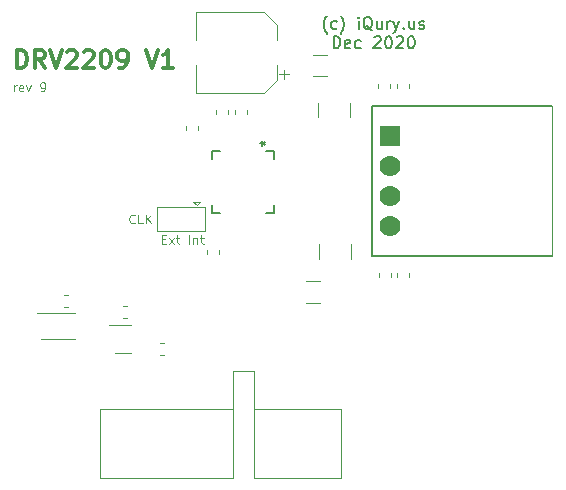
<source format=gto>
G04 #@! TF.GenerationSoftware,KiCad,Pcbnew,(5.99.0-8491-gb8dfcb34c4)*
G04 #@! TF.CreationDate,2021-01-21T08:47:48+01:00*
G04 #@! TF.ProjectId,TMC2209_Driver,544d4332-3230-4395-9f44-72697665722e,rev?*
G04 #@! TF.SameCoordinates,PX67f3540PY6cb8080*
G04 #@! TF.FileFunction,Legend,Top*
G04 #@! TF.FilePolarity,Positive*
%FSLAX46Y46*%
G04 Gerber Fmt 4.6, Leading zero omitted, Abs format (unit mm)*
G04 Created by KiCad (PCBNEW (5.99.0-8491-gb8dfcb34c4)) date 2021-01-21 08:47:48*
%MOMM*%
%LPD*%
G01*
G04 APERTURE LIST*
%ADD10C,0.300000*%
%ADD11C,0.100000*%
%ADD12C,0.150000*%
%ADD13C,0.120000*%
%ADD14C,0.152400*%
%ADD15R,1.778000X1.778000*%
%ADD16C,1.778000*%
G04 APERTURE END LIST*
D10*
X958571Y34721429D02*
X958571Y36221429D01*
X1315714Y36221429D01*
X1530000Y36150000D01*
X1672857Y36007143D01*
X1744285Y35864286D01*
X1815714Y35578572D01*
X1815714Y35364286D01*
X1744285Y35078572D01*
X1672857Y34935715D01*
X1530000Y34792858D01*
X1315714Y34721429D01*
X958571Y34721429D01*
X3315714Y34721429D02*
X2815714Y35435715D01*
X2458571Y34721429D02*
X2458571Y36221429D01*
X3030000Y36221429D01*
X3172857Y36150000D01*
X3244285Y36078572D01*
X3315714Y35935715D01*
X3315714Y35721429D01*
X3244285Y35578572D01*
X3172857Y35507143D01*
X3030000Y35435715D01*
X2458571Y35435715D01*
X3744285Y36221429D02*
X4244285Y34721429D01*
X4744285Y36221429D01*
X5172857Y36078572D02*
X5244285Y36150000D01*
X5387142Y36221429D01*
X5744285Y36221429D01*
X5887142Y36150000D01*
X5958571Y36078572D01*
X6030000Y35935715D01*
X6030000Y35792858D01*
X5958571Y35578572D01*
X5101428Y34721429D01*
X6030000Y34721429D01*
X6601428Y36078572D02*
X6672857Y36150000D01*
X6815714Y36221429D01*
X7172857Y36221429D01*
X7315714Y36150000D01*
X7387142Y36078572D01*
X7458571Y35935715D01*
X7458571Y35792858D01*
X7387142Y35578572D01*
X6530000Y34721429D01*
X7458571Y34721429D01*
X8387142Y36221429D02*
X8530000Y36221429D01*
X8672857Y36150000D01*
X8744285Y36078572D01*
X8815714Y35935715D01*
X8887142Y35650000D01*
X8887142Y35292858D01*
X8815714Y35007143D01*
X8744285Y34864286D01*
X8672857Y34792858D01*
X8530000Y34721429D01*
X8387142Y34721429D01*
X8244285Y34792858D01*
X8172857Y34864286D01*
X8101428Y35007143D01*
X8030000Y35292858D01*
X8030000Y35650000D01*
X8101428Y35935715D01*
X8172857Y36078572D01*
X8244285Y36150000D01*
X8387142Y36221429D01*
X9601428Y34721429D02*
X9887142Y34721429D01*
X10030000Y34792858D01*
X10101428Y34864286D01*
X10244285Y35078572D01*
X10315714Y35364286D01*
X10315714Y35935715D01*
X10244285Y36078572D01*
X10172857Y36150000D01*
X10030000Y36221429D01*
X9744285Y36221429D01*
X9601428Y36150000D01*
X9530000Y36078572D01*
X9458571Y35935715D01*
X9458571Y35578572D01*
X9530000Y35435715D01*
X9601428Y35364286D01*
X9744285Y35292858D01*
X10030000Y35292858D01*
X10172857Y35364286D01*
X10244285Y35435715D01*
X10315714Y35578572D01*
X11887142Y36221429D02*
X12387142Y34721429D01*
X12887142Y36221429D01*
X14172857Y34721429D02*
X13315714Y34721429D01*
X13744285Y34721429D02*
X13744285Y36221429D01*
X13601428Y36007143D01*
X13458571Y35864286D01*
X13315714Y35792858D01*
D11*
X706428Y32720715D02*
X706428Y33220715D01*
X706428Y33077858D02*
X742142Y33149286D01*
X777857Y33185000D01*
X849285Y33220715D01*
X920714Y33220715D01*
X1456428Y32756429D02*
X1385000Y32720715D01*
X1242142Y32720715D01*
X1170714Y32756429D01*
X1135000Y32827858D01*
X1135000Y33113572D01*
X1170714Y33185000D01*
X1242142Y33220715D01*
X1385000Y33220715D01*
X1456428Y33185000D01*
X1492142Y33113572D01*
X1492142Y33042143D01*
X1135000Y32970715D01*
X1742142Y33220715D02*
X1920714Y32720715D01*
X2099285Y33220715D01*
X2992142Y32720715D02*
X3135000Y32720715D01*
X3206428Y32756429D01*
X3242142Y32792143D01*
X3313571Y32899286D01*
X3349285Y33042143D01*
X3349285Y33327858D01*
X3313571Y33399286D01*
X3277857Y33435000D01*
X3206428Y33470715D01*
X3063571Y33470715D01*
X2992142Y33435000D01*
X2956428Y33399286D01*
X2920714Y33327858D01*
X2920714Y33149286D01*
X2956428Y33077858D01*
X2992142Y33042143D01*
X3063571Y33006429D01*
X3206428Y33006429D01*
X3277857Y33042143D01*
X3313571Y33077858D01*
X3349285Y33149286D01*
D12*
X27207619Y37611667D02*
X27160000Y37659286D01*
X27064761Y37802143D01*
X27017142Y37897381D01*
X26969523Y38040239D01*
X26921904Y38278334D01*
X26921904Y38468810D01*
X26969523Y38706905D01*
X27017142Y38849762D01*
X27064761Y38945000D01*
X27160000Y39087858D01*
X27207619Y39135477D01*
X28017142Y38040239D02*
X27921904Y37992620D01*
X27731428Y37992620D01*
X27636190Y38040239D01*
X27588571Y38087858D01*
X27540952Y38183096D01*
X27540952Y38468810D01*
X27588571Y38564048D01*
X27636190Y38611667D01*
X27731428Y38659286D01*
X27921904Y38659286D01*
X28017142Y38611667D01*
X28350476Y37611667D02*
X28398095Y37659286D01*
X28493333Y37802143D01*
X28540952Y37897381D01*
X28588571Y38040239D01*
X28636190Y38278334D01*
X28636190Y38468810D01*
X28588571Y38706905D01*
X28540952Y38849762D01*
X28493333Y38945000D01*
X28398095Y39087858D01*
X28350476Y39135477D01*
X29874285Y37992620D02*
X29874285Y38659286D01*
X29874285Y38992620D02*
X29826666Y38945000D01*
X29874285Y38897381D01*
X29921904Y38945000D01*
X29874285Y38992620D01*
X29874285Y38897381D01*
X31017142Y37897381D02*
X30921904Y37945000D01*
X30826666Y38040239D01*
X30683809Y38183096D01*
X30588571Y38230715D01*
X30493333Y38230715D01*
X30540952Y37992620D02*
X30445714Y38040239D01*
X30350476Y38135477D01*
X30302857Y38325953D01*
X30302857Y38659286D01*
X30350476Y38849762D01*
X30445714Y38945000D01*
X30540952Y38992620D01*
X30731428Y38992620D01*
X30826666Y38945000D01*
X30921904Y38849762D01*
X30969523Y38659286D01*
X30969523Y38325953D01*
X30921904Y38135477D01*
X30826666Y38040239D01*
X30731428Y37992620D01*
X30540952Y37992620D01*
X31826666Y38659286D02*
X31826666Y37992620D01*
X31398095Y38659286D02*
X31398095Y38135477D01*
X31445714Y38040239D01*
X31540952Y37992620D01*
X31683809Y37992620D01*
X31779047Y38040239D01*
X31826666Y38087858D01*
X32302857Y37992620D02*
X32302857Y38659286D01*
X32302857Y38468810D02*
X32350476Y38564048D01*
X32398095Y38611667D01*
X32493333Y38659286D01*
X32588571Y38659286D01*
X32826666Y38659286D02*
X33064761Y37992620D01*
X33302857Y38659286D02*
X33064761Y37992620D01*
X32969523Y37754524D01*
X32921904Y37706905D01*
X32826666Y37659286D01*
X33683809Y38087858D02*
X33731428Y38040239D01*
X33683809Y37992620D01*
X33636190Y38040239D01*
X33683809Y38087858D01*
X33683809Y37992620D01*
X34588571Y38659286D02*
X34588571Y37992620D01*
X34160000Y38659286D02*
X34160000Y38135477D01*
X34207619Y38040239D01*
X34302857Y37992620D01*
X34445714Y37992620D01*
X34540952Y38040239D01*
X34588571Y38087858D01*
X35017142Y38040239D02*
X35112380Y37992620D01*
X35302857Y37992620D01*
X35398095Y38040239D01*
X35445714Y38135477D01*
X35445714Y38183096D01*
X35398095Y38278334D01*
X35302857Y38325953D01*
X35160000Y38325953D01*
X35064761Y38373572D01*
X35017142Y38468810D01*
X35017142Y38516429D01*
X35064761Y38611667D01*
X35160000Y38659286D01*
X35302857Y38659286D01*
X35398095Y38611667D01*
X27755238Y36382620D02*
X27755238Y37382620D01*
X27993333Y37382620D01*
X28136190Y37335000D01*
X28231428Y37239762D01*
X28279047Y37144524D01*
X28326666Y36954048D01*
X28326666Y36811191D01*
X28279047Y36620715D01*
X28231428Y36525477D01*
X28136190Y36430239D01*
X27993333Y36382620D01*
X27755238Y36382620D01*
X29136190Y36430239D02*
X29040952Y36382620D01*
X28850476Y36382620D01*
X28755238Y36430239D01*
X28707619Y36525477D01*
X28707619Y36906429D01*
X28755238Y37001667D01*
X28850476Y37049286D01*
X29040952Y37049286D01*
X29136190Y37001667D01*
X29183809Y36906429D01*
X29183809Y36811191D01*
X28707619Y36715953D01*
X30040952Y36430239D02*
X29945714Y36382620D01*
X29755238Y36382620D01*
X29660000Y36430239D01*
X29612380Y36477858D01*
X29564761Y36573096D01*
X29564761Y36858810D01*
X29612380Y36954048D01*
X29660000Y37001667D01*
X29755238Y37049286D01*
X29945714Y37049286D01*
X30040952Y37001667D01*
X31183809Y37287381D02*
X31231428Y37335000D01*
X31326666Y37382620D01*
X31564761Y37382620D01*
X31660000Y37335000D01*
X31707619Y37287381D01*
X31755238Y37192143D01*
X31755238Y37096905D01*
X31707619Y36954048D01*
X31136190Y36382620D01*
X31755238Y36382620D01*
X32374285Y37382620D02*
X32469523Y37382620D01*
X32564761Y37335000D01*
X32612380Y37287381D01*
X32660000Y37192143D01*
X32707619Y37001667D01*
X32707619Y36763572D01*
X32660000Y36573096D01*
X32612380Y36477858D01*
X32564761Y36430239D01*
X32469523Y36382620D01*
X32374285Y36382620D01*
X32279047Y36430239D01*
X32231428Y36477858D01*
X32183809Y36573096D01*
X32136190Y36763572D01*
X32136190Y37001667D01*
X32183809Y37192143D01*
X32231428Y37287381D01*
X32279047Y37335000D01*
X32374285Y37382620D01*
X33088571Y37287381D02*
X33136190Y37335000D01*
X33231428Y37382620D01*
X33469523Y37382620D01*
X33564761Y37335000D01*
X33612380Y37287381D01*
X33660000Y37192143D01*
X33660000Y37096905D01*
X33612380Y36954048D01*
X33040952Y36382620D01*
X33660000Y36382620D01*
X34279047Y37382620D02*
X34374285Y37382620D01*
X34469523Y37335000D01*
X34517142Y37287381D01*
X34564761Y37192143D01*
X34612380Y37001667D01*
X34612380Y36763572D01*
X34564761Y36573096D01*
X34517142Y36477858D01*
X34469523Y36430239D01*
X34374285Y36382620D01*
X34279047Y36382620D01*
X34183809Y36430239D01*
X34136190Y36477858D01*
X34088571Y36573096D01*
X34040952Y36763572D01*
X34040952Y37001667D01*
X34088571Y37192143D01*
X34136190Y37287381D01*
X34183809Y37335000D01*
X34279047Y37382620D01*
D11*
X10913571Y21602143D02*
X10877857Y21566429D01*
X10770714Y21530715D01*
X10699285Y21530715D01*
X10592142Y21566429D01*
X10520714Y21637858D01*
X10485000Y21709286D01*
X10449285Y21852143D01*
X10449285Y21959286D01*
X10485000Y22102143D01*
X10520714Y22173572D01*
X10592142Y22245000D01*
X10699285Y22280715D01*
X10770714Y22280715D01*
X10877857Y22245000D01*
X10913571Y22209286D01*
X11592142Y21530715D02*
X11235000Y21530715D01*
X11235000Y22280715D01*
X11842142Y21530715D02*
X11842142Y22280715D01*
X12270714Y21530715D02*
X11949285Y21959286D01*
X12270714Y22280715D02*
X11842142Y21852143D01*
X13243571Y20223572D02*
X13493571Y20223572D01*
X13600714Y19830715D02*
X13243571Y19830715D01*
X13243571Y20580715D01*
X13600714Y20580715D01*
X13850714Y19830715D02*
X14243571Y20330715D01*
X13850714Y20330715D02*
X14243571Y19830715D01*
X14422142Y20330715D02*
X14707857Y20330715D01*
X14529285Y20580715D02*
X14529285Y19937858D01*
X14565000Y19866429D01*
X14636428Y19830715D01*
X14707857Y19830715D01*
X15529285Y19830715D02*
X15529285Y20580715D01*
X15886428Y20330715D02*
X15886428Y19830715D01*
X15886428Y20259286D02*
X15922142Y20295000D01*
X15993571Y20330715D01*
X16100714Y20330715D01*
X16172142Y20295000D01*
X16207857Y20223572D01*
X16207857Y19830715D01*
X16457857Y20330715D02*
X16743571Y20330715D01*
X16565000Y20580715D02*
X16565000Y19937858D01*
X16600714Y19866429D01*
X16672142Y19830715D01*
X16743571Y19830715D01*
D12*
X21532380Y28310000D02*
X21770476Y28310000D01*
X21675238Y28071905D02*
X21770476Y28310000D01*
X21675238Y28548096D01*
X21960952Y28167143D02*
X21770476Y28310000D01*
X21960952Y28452858D01*
D13*
X18024598Y19302779D02*
X18024598Y18977221D01*
X17004598Y19302779D02*
X17004598Y18977221D01*
X15226598Y29771881D02*
X15226598Y29446323D01*
X16246598Y29771881D02*
X16246598Y29446323D01*
X19420000Y31132779D02*
X19420000Y30807221D01*
X20440000Y31132779D02*
X20440000Y30807221D01*
X17766598Y31137279D02*
X17766598Y30811721D01*
X18786598Y31137279D02*
X18786598Y30811721D01*
X25997936Y35810000D02*
X27202064Y35810000D01*
X25997936Y33990000D02*
X27202064Y33990000D01*
X25397936Y14810000D02*
X26602064Y14810000D01*
X25397936Y16630000D02*
X26602064Y16630000D01*
X28352800Y5814800D02*
X28352800Y14800D01*
X21052800Y5814800D02*
X21052800Y14800D01*
X19252800Y9014800D02*
X21052800Y9014800D01*
X19252800Y14800D02*
X7952800Y14800D01*
X19252800Y5814800D02*
X19252800Y9014800D01*
X7952800Y5814800D02*
X19252800Y5814800D01*
X7952800Y14800D02*
X7952800Y5814800D01*
X19252800Y5814800D02*
X19252800Y14800D01*
X21052800Y14800D02*
X28352800Y14800D01*
X21052800Y9014800D02*
X21052800Y5814800D01*
X28352800Y5814800D02*
X21052800Y5814800D01*
D11*
X46261398Y18788602D02*
X46261398Y31488602D01*
D12*
X46267398Y31488602D02*
X31027398Y31488602D01*
X46267398Y18788602D02*
X31027398Y18788602D01*
X31027398Y18788602D02*
X31027398Y31488602D01*
D13*
X13036721Y10366000D02*
X13362279Y10366000D01*
X13036721Y11386000D02*
X13362279Y11386000D01*
D14*
X18109458Y27704002D02*
X17425698Y27704002D01*
X22683498Y27704002D02*
X21999738Y27704002D01*
X17425698Y23129962D02*
X17425698Y22446202D01*
X17425698Y27704002D02*
X17425698Y27020242D01*
X22683498Y27020242D02*
X22683498Y27704002D01*
X22683498Y22446202D02*
X22683498Y23129962D01*
X21999738Y22446202D02*
X22683498Y22446202D01*
X17425698Y22446202D02*
X18109458Y22446202D01*
D13*
X34153598Y16974823D02*
X34153598Y17300381D01*
X33133598Y16974823D02*
X33133598Y17300381D01*
X32629598Y16974823D02*
X32629598Y17300381D01*
X31609598Y16974823D02*
X31609598Y17300381D01*
X33133598Y33302381D02*
X33133598Y32976823D01*
X34153598Y33302381D02*
X34153598Y32976823D01*
X26492398Y18564538D02*
X26492398Y19768666D01*
X29212398Y18564538D02*
X29212398Y19768666D01*
X26466998Y31709666D02*
X26466998Y30505538D01*
X29186998Y31709666D02*
X29186998Y30505538D01*
X32502598Y33327881D02*
X32502598Y33002323D01*
X31482598Y33327881D02*
X31482598Y33002323D01*
X9235500Y10605000D02*
X10635500Y10605000D01*
X10635500Y12925000D02*
X8735500Y12925000D01*
X10225279Y14561000D02*
X9899721Y14561000D01*
X10225279Y13541000D02*
X9899721Y13541000D01*
X5284979Y14455400D02*
X4959421Y14455400D01*
X5284979Y15475400D02*
X4959421Y15475400D01*
X22930000Y33674437D02*
X21865563Y32610000D01*
X16110000Y39430000D02*
X16110000Y37080000D01*
X16110000Y32610000D02*
X16110000Y34960000D01*
X22930000Y33674437D02*
X22930000Y34960000D01*
X21865563Y32610000D02*
X16110000Y32610000D01*
X22930000Y38365563D02*
X22930000Y37080000D01*
X21865563Y39430000D02*
X16110000Y39430000D01*
X23957500Y34172500D02*
X23170000Y34172500D01*
X22930000Y38365563D02*
X21865563Y39430000D01*
X23563750Y33778750D02*
X23563750Y34566250D01*
X16460000Y23390000D02*
X15860000Y23390000D01*
X16160000Y23090000D02*
X15860000Y23390000D01*
X12810000Y20890000D02*
X12810000Y22890000D01*
X16160000Y23090000D02*
X16460000Y23390000D01*
X12810000Y22890000D02*
X16910000Y22890000D01*
X16910000Y22890000D02*
X16910000Y20890000D01*
X16910000Y20890000D02*
X12810000Y20890000D01*
X2986400Y11711800D02*
X5886400Y11711800D01*
X2626400Y13951800D02*
X5886400Y13951800D01*
D15*
X32551398Y28948602D03*
D16*
X32551398Y26408602D03*
X32551398Y23868602D03*
X32551398Y21328602D03*
M02*

</source>
